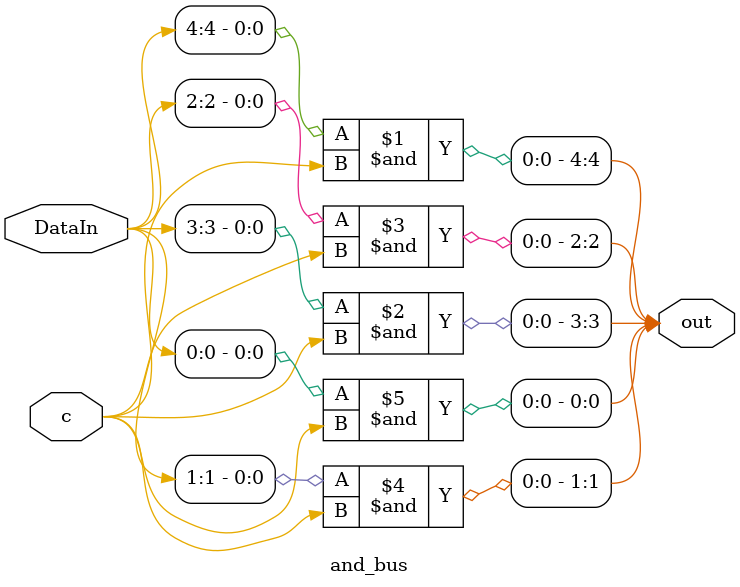
<source format=v>
module and_bus(out, DataIn, c);
	output [4:0] out;
	input [4:0] DataIn;
	input c;
	and (out[4], DataIn[4], c);
	and (out[3], DataIn[3], c);
	and (out[2], DataIn[2], c);
	and (out[1], DataIn[1], c);
	and (out[0], DataIn[0], c);
endmodule
</source>
